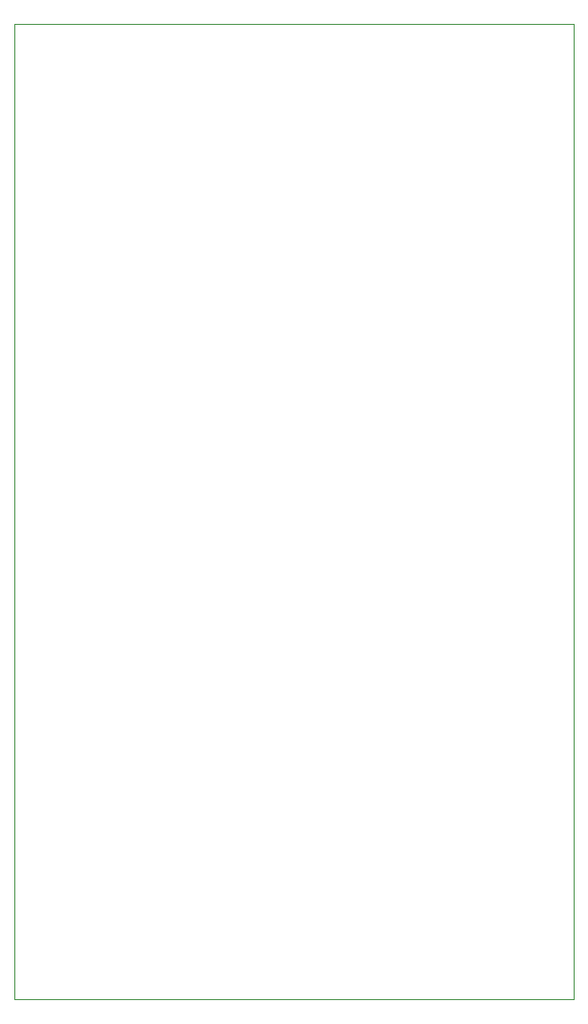
<source format=gbr>
%TF.GenerationSoftware,KiCad,Pcbnew,(5.1.6)-1*%
%TF.CreationDate,2022-12-12T10:29:10-05:00*%
%TF.ProjectId,pcb,7063622e-6b69-4636-9164-5f7063625858,rev?*%
%TF.SameCoordinates,Original*%
%TF.FileFunction,Profile,NP*%
%FSLAX46Y46*%
G04 Gerber Fmt 4.6, Leading zero omitted, Abs format (unit mm)*
G04 Created by KiCad (PCBNEW (5.1.6)-1) date 2022-12-12 10:29:10*
%MOMM*%
%LPD*%
G01*
G04 APERTURE LIST*
%TA.AperFunction,Profile*%
%ADD10C,0.050000*%
%TD*%
G04 APERTURE END LIST*
D10*
X0Y0D02*
X0Y86360000D01*
X49530000Y0D02*
X0Y0D01*
X49530000Y86360000D02*
X49530000Y0D01*
X0Y86360000D02*
X49530000Y86360000D01*
M02*

</source>
